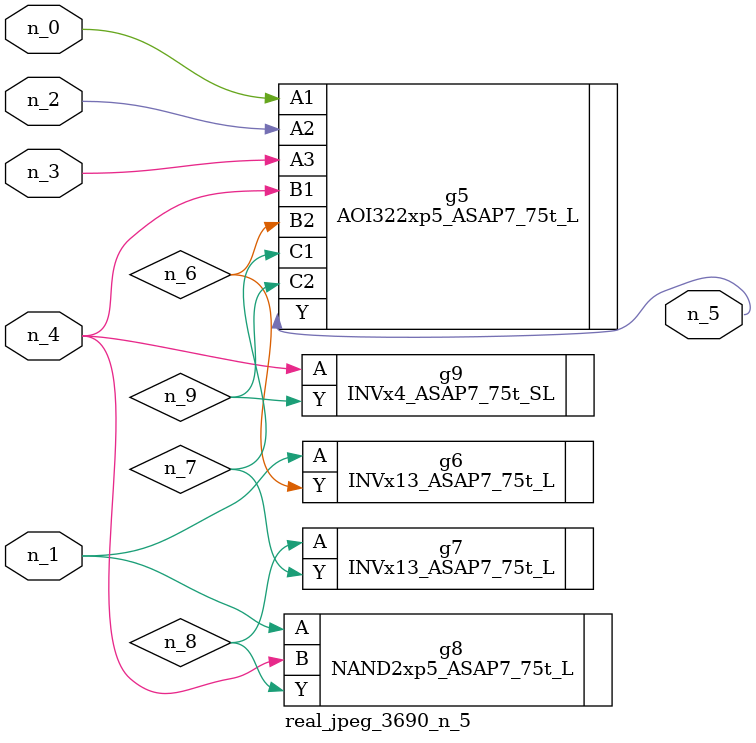
<source format=v>
module real_jpeg_3690_n_5 (n_4, n_0, n_1, n_2, n_3, n_5);

input n_4;
input n_0;
input n_1;
input n_2;
input n_3;

output n_5;

wire n_8;
wire n_6;
wire n_7;
wire n_9;

AOI322xp5_ASAP7_75t_L g5 ( 
.A1(n_0),
.A2(n_2),
.A3(n_3),
.B1(n_4),
.B2(n_6),
.C1(n_7),
.C2(n_9),
.Y(n_5)
);

INVx13_ASAP7_75t_L g6 ( 
.A(n_1),
.Y(n_6)
);

NAND2xp5_ASAP7_75t_L g8 ( 
.A(n_1),
.B(n_4),
.Y(n_8)
);

INVx4_ASAP7_75t_SL g9 ( 
.A(n_4),
.Y(n_9)
);

INVx13_ASAP7_75t_L g7 ( 
.A(n_8),
.Y(n_7)
);


endmodule
</source>
